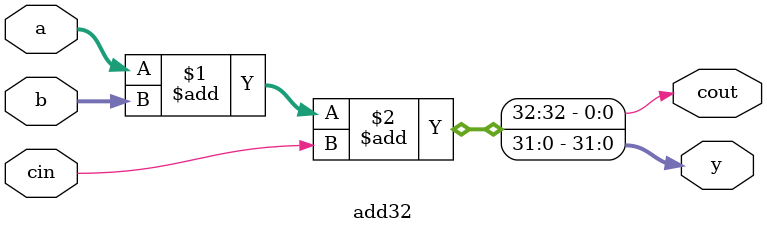
<source format=v>
/****************************************************
*	add32 - ADD TWO 32 BIT NUMBERS					*
*													*
*	Author: Michael Yuhas							*
*	Date:	2014/10/16								*
****************************************************/


module add32(a, b, cin, y, cout);
	input[31:0] a,b;
	input		cin;
	output[31:0] y;
	output cout;
	assign {cout,y} = a + b + cin;
endmodule

</source>
